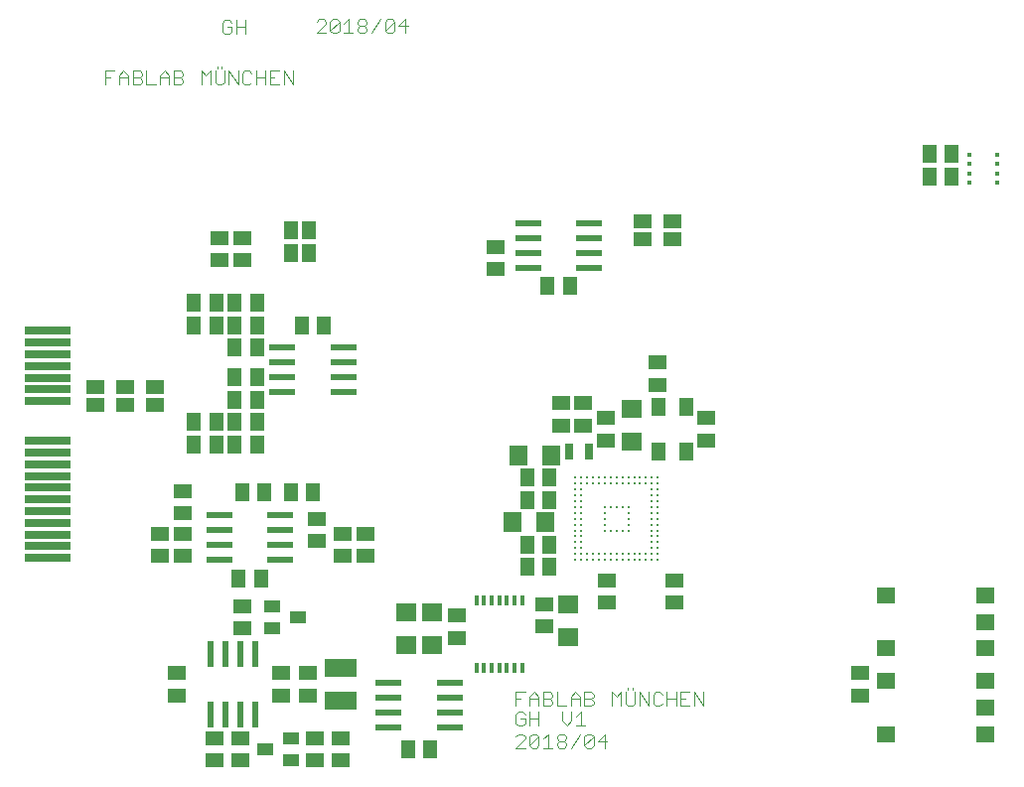
<source format=gbr>
G04 EAGLE Gerber RS-274X export*
G75*
%MOMM*%
%FSLAX34Y34*%
%LPD*%
%INSolderpaste Top*%
%IPPOS*%
%AMOC8*
5,1,8,0,0,1.08239X$1,22.5*%
G01*
%ADD10C,0.101600*%
%ADD11R,1.500000X1.300000*%
%ADD12R,1.300000X1.500000*%
%ADD13R,1.600000X1.800000*%
%ADD14R,1.800000X1.600000*%
%ADD15C,0.304800*%
%ADD16R,0.600000X2.200000*%
%ADD17R,1.300000X1.600000*%
%ADD18R,0.700000X1.400000*%
%ADD19R,2.700000X1.600000*%
%ADD20R,1.600000X1.400000*%
%ADD21R,1.168400X1.600200*%
%ADD22R,1.400000X1.000000*%
%ADD23R,4.000000X0.750000*%
%ADD24R,2.200000X0.600000*%
%ADD25R,1.600200X1.168400*%
%ADD26R,0.400000X0.400000*%
%ADD27R,0.350000X0.900000*%


D10*
X418974Y69034D02*
X418974Y80728D01*
X426770Y80728D01*
X422872Y74881D02*
X418974Y74881D01*
X430668Y76830D02*
X430668Y69034D01*
X430668Y76830D02*
X434566Y80728D01*
X438464Y76830D01*
X438464Y69034D01*
X438464Y74881D02*
X430668Y74881D01*
X442362Y69034D02*
X442362Y80728D01*
X448209Y80728D01*
X450158Y78779D01*
X450158Y76830D01*
X448209Y74881D01*
X450158Y72932D01*
X450158Y70983D01*
X448209Y69034D01*
X442362Y69034D01*
X442362Y74881D02*
X448209Y74881D01*
X454056Y80728D02*
X454056Y69034D01*
X461852Y69034D01*
X465750Y69034D02*
X465750Y76830D01*
X469648Y80728D01*
X473546Y76830D01*
X473546Y69034D01*
X473546Y74881D02*
X465750Y74881D01*
X477444Y69034D02*
X477444Y80728D01*
X483291Y80728D01*
X485240Y78779D01*
X485240Y76830D01*
X483291Y74881D01*
X485240Y72932D01*
X485240Y70983D01*
X483291Y69034D01*
X477444Y69034D01*
X477444Y74881D02*
X483291Y74881D01*
X500832Y69034D02*
X500832Y80728D01*
X504730Y76830D01*
X508628Y80728D01*
X508628Y69034D01*
X512526Y70983D02*
X512526Y80728D01*
X512526Y70983D02*
X514475Y69034D01*
X518373Y69034D01*
X520322Y70983D01*
X520322Y80728D01*
X518373Y82677D02*
X518373Y84626D01*
X514475Y84626D02*
X514475Y82677D01*
X524220Y80728D02*
X524220Y69034D01*
X532016Y69034D02*
X524220Y80728D01*
X532016Y80728D02*
X532016Y69034D01*
X543710Y78779D02*
X541761Y80728D01*
X537863Y80728D01*
X535914Y78779D01*
X535914Y70983D01*
X537863Y69034D01*
X541761Y69034D01*
X543710Y70983D01*
X547608Y69034D02*
X547608Y80728D01*
X547608Y74881D02*
X555404Y74881D01*
X555404Y80728D02*
X555404Y69034D01*
X559302Y80728D02*
X567098Y80728D01*
X559302Y80728D02*
X559302Y69034D01*
X567098Y69034D01*
X563200Y74881D02*
X559302Y74881D01*
X570996Y69034D02*
X570996Y80728D01*
X578792Y69034D01*
X578792Y80728D01*
X426770Y61922D02*
X424821Y63871D01*
X420923Y63871D01*
X418974Y61922D01*
X418974Y54126D01*
X420923Y52177D01*
X424821Y52177D01*
X426770Y54126D01*
X426770Y58024D01*
X422872Y58024D01*
X430668Y52177D02*
X430668Y63871D01*
X430668Y58024D02*
X438464Y58024D01*
X438464Y63871D02*
X438464Y52177D01*
X458549Y56075D02*
X458549Y63871D01*
X458549Y56075D02*
X462447Y52177D01*
X466345Y56075D01*
X466345Y63871D01*
X470243Y59973D02*
X474141Y63871D01*
X474141Y52177D01*
X470243Y52177D02*
X478039Y52177D01*
X426770Y33122D02*
X418974Y33122D01*
X426770Y40918D01*
X426770Y42867D01*
X424821Y44816D01*
X420923Y44816D01*
X418974Y42867D01*
X430668Y42867D02*
X430668Y35071D01*
X430668Y42867D02*
X432617Y44816D01*
X436515Y44816D01*
X438464Y42867D01*
X438464Y35071D01*
X436515Y33122D01*
X432617Y33122D01*
X430668Y35071D01*
X438464Y42867D01*
X442362Y40918D02*
X446260Y44816D01*
X446260Y33122D01*
X442362Y33122D02*
X450158Y33122D01*
X454056Y42867D02*
X456005Y44816D01*
X459903Y44816D01*
X461852Y42867D01*
X461852Y40918D01*
X459903Y38969D01*
X461852Y37020D01*
X461852Y35071D01*
X459903Y33122D01*
X456005Y33122D01*
X454056Y35071D01*
X454056Y37020D01*
X456005Y38969D01*
X454056Y40918D01*
X454056Y42867D01*
X456005Y38969D02*
X459903Y38969D01*
X465750Y33122D02*
X473546Y44816D01*
X477444Y42867D02*
X477444Y35071D01*
X477444Y42867D02*
X479393Y44816D01*
X483291Y44816D01*
X485240Y42867D01*
X485240Y35071D01*
X483291Y33122D01*
X479393Y33122D01*
X477444Y35071D01*
X485240Y42867D01*
X494985Y44816D02*
X494985Y33122D01*
X489138Y38969D02*
X494985Y44816D01*
X496934Y38969D02*
X489138Y38969D01*
X68974Y599034D02*
X68974Y610728D01*
X76770Y610728D01*
X72872Y604881D02*
X68974Y604881D01*
X80668Y606830D02*
X80668Y599034D01*
X80668Y606830D02*
X84566Y610728D01*
X88464Y606830D01*
X88464Y599034D01*
X88464Y604881D02*
X80668Y604881D01*
X92362Y599034D02*
X92362Y610728D01*
X98209Y610728D01*
X100158Y608779D01*
X100158Y606830D01*
X98209Y604881D01*
X100158Y602932D01*
X100158Y600983D01*
X98209Y599034D01*
X92362Y599034D01*
X92362Y604881D02*
X98209Y604881D01*
X104056Y610728D02*
X104056Y599034D01*
X111852Y599034D01*
X115750Y599034D02*
X115750Y606830D01*
X119648Y610728D01*
X123546Y606830D01*
X123546Y599034D01*
X123546Y604881D02*
X115750Y604881D01*
X127444Y599034D02*
X127444Y610728D01*
X133291Y610728D01*
X135240Y608779D01*
X135240Y606830D01*
X133291Y604881D01*
X135240Y602932D01*
X135240Y600983D01*
X133291Y599034D01*
X127444Y599034D01*
X127444Y604881D02*
X133291Y604881D01*
X150832Y599034D02*
X150832Y610728D01*
X154730Y606830D01*
X158628Y610728D01*
X158628Y599034D01*
X162526Y600983D02*
X162526Y610728D01*
X162526Y600983D02*
X164475Y599034D01*
X168373Y599034D01*
X170322Y600983D01*
X170322Y610728D01*
X168373Y612677D02*
X168373Y614626D01*
X164475Y614626D02*
X164475Y612677D01*
X174220Y610728D02*
X174220Y599034D01*
X182016Y599034D02*
X174220Y610728D01*
X182016Y610728D02*
X182016Y599034D01*
X193710Y608779D02*
X191761Y610728D01*
X187863Y610728D01*
X185914Y608779D01*
X185914Y600983D01*
X187863Y599034D01*
X191761Y599034D01*
X193710Y600983D01*
X197608Y599034D02*
X197608Y610728D01*
X197608Y604881D02*
X205404Y604881D01*
X205404Y610728D02*
X205404Y599034D01*
X209302Y610728D02*
X217098Y610728D01*
X209302Y610728D02*
X209302Y599034D01*
X217098Y599034D01*
X213200Y604881D02*
X209302Y604881D01*
X220996Y599034D02*
X220996Y610728D01*
X228792Y599034D01*
X228792Y610728D01*
X176770Y651922D02*
X174821Y653871D01*
X170923Y653871D01*
X168974Y651922D01*
X168974Y644126D01*
X170923Y642177D01*
X174821Y642177D01*
X176770Y644126D01*
X176770Y648024D01*
X172872Y648024D01*
X180668Y642177D02*
X180668Y653871D01*
X180668Y648024D02*
X188464Y648024D01*
X188464Y653871D02*
X188464Y642177D01*
X248974Y643122D02*
X256770Y643122D01*
X248974Y643122D02*
X256770Y650918D01*
X256770Y652867D01*
X254821Y654816D01*
X250923Y654816D01*
X248974Y652867D01*
X260668Y652867D02*
X260668Y645071D01*
X260668Y652867D02*
X262617Y654816D01*
X266515Y654816D01*
X268464Y652867D01*
X268464Y645071D01*
X266515Y643122D01*
X262617Y643122D01*
X260668Y645071D01*
X268464Y652867D01*
X272362Y650918D02*
X276260Y654816D01*
X276260Y643122D01*
X272362Y643122D02*
X280158Y643122D01*
X284056Y652867D02*
X286005Y654816D01*
X289903Y654816D01*
X291852Y652867D01*
X291852Y650918D01*
X289903Y648969D01*
X291852Y647020D01*
X291852Y645071D01*
X289903Y643122D01*
X286005Y643122D01*
X284056Y645071D01*
X284056Y647020D01*
X286005Y648969D01*
X284056Y650918D01*
X284056Y652867D01*
X286005Y648969D02*
X289903Y648969D01*
X295750Y643122D02*
X303546Y654816D01*
X307444Y652867D02*
X307444Y645071D01*
X307444Y652867D02*
X309393Y654816D01*
X313291Y654816D01*
X315240Y652867D01*
X315240Y645071D01*
X313291Y643122D01*
X309393Y643122D01*
X307444Y645071D01*
X315240Y652867D01*
X324985Y654816D02*
X324985Y643122D01*
X319138Y648969D02*
X324985Y654816D01*
X326934Y648969D02*
X319138Y648969D01*
D11*
X476250Y327000D03*
X476250Y308000D03*
X495300Y295300D03*
X495300Y314300D03*
D12*
X447650Y263525D03*
X428650Y263525D03*
D13*
X448975Y282575D03*
X420975Y282575D03*
D14*
X517525Y293975D03*
X517525Y321975D03*
D11*
X496888Y176188D03*
X496888Y157188D03*
X457200Y327000D03*
X457200Y308000D03*
X581025Y314300D03*
X581025Y295300D03*
X539750Y361925D03*
X539750Y342925D03*
X219075Y96813D03*
X219075Y77813D03*
X130175Y96813D03*
X130175Y77813D03*
X184150Y41250D03*
X184150Y22250D03*
D12*
X447650Y206375D03*
X428650Y206375D03*
D13*
X444213Y225425D03*
X416213Y225425D03*
D15*
X539825Y263600D03*
X539825Y258600D03*
X539825Y253600D03*
X539825Y248600D03*
X539825Y243600D03*
X539825Y238600D03*
X539825Y233600D03*
X539825Y228600D03*
X539825Y223600D03*
X539825Y218600D03*
X539825Y213600D03*
X539825Y208600D03*
X539825Y203600D03*
X539825Y198600D03*
X539825Y193600D03*
X534825Y263600D03*
X534825Y258600D03*
X534825Y253600D03*
X534825Y248600D03*
X534825Y243600D03*
X534825Y238600D03*
X534825Y233600D03*
X534825Y228600D03*
X534825Y223600D03*
X534825Y218600D03*
X534825Y213600D03*
X534825Y208600D03*
X534825Y203600D03*
X534825Y198600D03*
X534825Y193600D03*
X529825Y263600D03*
X529825Y258600D03*
X529825Y198600D03*
X529825Y193600D03*
X524825Y263600D03*
X524825Y258600D03*
X524825Y198600D03*
X524825Y193600D03*
X519825Y263600D03*
X519825Y258600D03*
X519825Y198600D03*
X519825Y193600D03*
X514825Y263600D03*
X514825Y258600D03*
X514825Y238600D03*
X514825Y233600D03*
X514825Y228600D03*
X514825Y223600D03*
X514825Y218600D03*
X514825Y198600D03*
X514825Y193600D03*
X509825Y263600D03*
X509825Y258600D03*
X509825Y238600D03*
X509825Y218600D03*
X509825Y198600D03*
X509825Y193600D03*
X504825Y263600D03*
X504825Y258600D03*
X504825Y238600D03*
X504825Y218600D03*
X504825Y198600D03*
X504825Y193600D03*
X499825Y263600D03*
X499825Y258600D03*
X499825Y238600D03*
X499825Y218600D03*
X499825Y198600D03*
X499825Y193600D03*
X494825Y263600D03*
X494825Y258600D03*
X494825Y238600D03*
X494825Y233600D03*
X494825Y228600D03*
X494825Y223600D03*
X494825Y218600D03*
X494825Y198600D03*
X494825Y193600D03*
X489825Y263600D03*
X489825Y258600D03*
X489825Y198600D03*
X489825Y193600D03*
X484825Y263600D03*
X484825Y258600D03*
X484825Y198600D03*
X484825Y193600D03*
X479825Y263600D03*
X479825Y258600D03*
X479825Y198600D03*
X479825Y193600D03*
X474825Y263600D03*
X474825Y258600D03*
X474825Y253600D03*
X474825Y248600D03*
X474825Y243600D03*
X474825Y238600D03*
X474825Y233600D03*
X474825Y228600D03*
X474825Y223600D03*
X474825Y218600D03*
X474825Y213600D03*
X474825Y208600D03*
X474825Y203600D03*
X474825Y198600D03*
X474825Y193600D03*
X469825Y263600D03*
X469825Y258600D03*
X469825Y253600D03*
X469825Y248600D03*
X469825Y243600D03*
X469825Y238600D03*
X469825Y233600D03*
X469825Y228600D03*
X469825Y223600D03*
X469825Y218600D03*
X469825Y213600D03*
X469825Y208600D03*
X469825Y203600D03*
X469825Y198600D03*
X469825Y193600D03*
D16*
X171450Y61313D03*
X171450Y113313D03*
X158750Y61313D03*
X184150Y61313D03*
X196850Y61313D03*
X158750Y113313D03*
X184150Y113313D03*
X196850Y113313D03*
D17*
X540950Y285800D03*
X540950Y323800D03*
X563950Y323800D03*
X563950Y285800D03*
D18*
X481575Y285750D03*
X464575Y285750D03*
D11*
X185738Y134963D03*
X185738Y153963D03*
X241300Y77813D03*
X241300Y96813D03*
D19*
X269875Y73313D03*
X269875Y101313D03*
D11*
X161925Y22250D03*
X161925Y41250D03*
X247650Y41250D03*
X247650Y22250D03*
X269875Y41250D03*
X269875Y22250D03*
X712725Y96825D03*
X712725Y77825D03*
D12*
X447650Y244475D03*
X428650Y244475D03*
X447650Y187325D03*
X428650Y187325D03*
D20*
X734700Y118000D03*
X818700Y118000D03*
X818700Y140500D03*
X818700Y163000D03*
X734700Y163000D03*
X734700Y44975D03*
X818700Y44975D03*
X818700Y67475D03*
X818700Y89975D03*
X734700Y89975D03*
D21*
X242570Y474663D03*
X227330Y474663D03*
X227330Y455613D03*
X242570Y455613D03*
D22*
X226900Y22250D03*
X226900Y41250D03*
X204900Y31750D03*
X211250Y153963D03*
X211250Y134963D03*
X233250Y144463D03*
D23*
X20000Y295150D03*
X20000Y285150D03*
X20000Y275150D03*
X20000Y265150D03*
X20000Y255150D03*
X20000Y245150D03*
X20000Y235150D03*
X20000Y195150D03*
X20000Y225150D03*
X20000Y215150D03*
X20000Y205150D03*
X20000Y328850D03*
X20000Y338850D03*
X20000Y348850D03*
X20000Y358850D03*
X20000Y368850D03*
X20000Y378850D03*
X20000Y388850D03*
D24*
X220063Y361950D03*
X272063Y361950D03*
X220063Y374650D03*
X220063Y349250D03*
X220063Y336550D03*
X272063Y374650D03*
X272063Y349250D03*
X272063Y336550D03*
D12*
X198413Y349250D03*
X179413Y349250D03*
X198413Y374650D03*
X179413Y374650D03*
X198413Y330200D03*
X179413Y330200D03*
X144488Y393700D03*
X163488Y393700D03*
X144488Y311150D03*
X163488Y311150D03*
X144488Y292100D03*
X163488Y292100D03*
X144488Y412750D03*
X163488Y412750D03*
X179413Y393700D03*
X198413Y393700D03*
X179413Y311150D03*
X198413Y311150D03*
X198413Y412750D03*
X179413Y412750D03*
X198413Y292100D03*
X179413Y292100D03*
X255563Y393700D03*
X236563Y393700D03*
D24*
X166088Y219075D03*
X218088Y219075D03*
X166088Y231775D03*
X166088Y206375D03*
X166088Y193675D03*
X218088Y231775D03*
X218088Y206375D03*
X218088Y193675D03*
D11*
X134938Y215875D03*
X134938Y196875D03*
X115888Y215875D03*
X115888Y196875D03*
X134938Y252388D03*
X134938Y233388D03*
D12*
X185763Y250825D03*
X204763Y250825D03*
D11*
X249238Y209575D03*
X249238Y228575D03*
X290513Y196875D03*
X290513Y215875D03*
X271463Y215875D03*
X271463Y196875D03*
D12*
X246038Y250825D03*
X227038Y250825D03*
D11*
X554038Y176188D03*
X554038Y157188D03*
X166688Y468288D03*
X166688Y449288D03*
X185738Y468288D03*
X185738Y449288D03*
D25*
X527050Y482283D03*
X527050Y467043D03*
X552450Y482283D03*
X552450Y467043D03*
X85725Y340995D03*
X85725Y325755D03*
X60325Y340995D03*
X60325Y325755D03*
D26*
X805563Y523050D03*
X805563Y515050D03*
X805563Y531050D03*
X805563Y539050D03*
X829563Y539050D03*
X829563Y531050D03*
X829563Y523050D03*
X829563Y515050D03*
D12*
X346050Y31750D03*
X327050Y31750D03*
X201588Y177800D03*
X182588Y177800D03*
X790550Y539750D03*
X771550Y539750D03*
X790550Y520700D03*
X771550Y520700D03*
D25*
X111125Y340995D03*
X111125Y325755D03*
D24*
X362550Y63500D03*
X310550Y63500D03*
X362550Y50800D03*
X362550Y76200D03*
X362550Y88900D03*
X310550Y50800D03*
X310550Y76200D03*
X310550Y88900D03*
D27*
X424313Y158925D03*
X417813Y158925D03*
X411313Y158925D03*
X404813Y158925D03*
X398313Y158925D03*
X391813Y158925D03*
X385313Y158925D03*
X385313Y101425D03*
X391813Y101425D03*
X398313Y101425D03*
X404813Y101425D03*
X411313Y101425D03*
X417813Y101425D03*
X424313Y101425D03*
D11*
X368300Y146025D03*
X368300Y127025D03*
D14*
X347663Y148938D03*
X347663Y120938D03*
D11*
X442913Y155550D03*
X442913Y136550D03*
D14*
X463550Y155288D03*
X463550Y127288D03*
X325438Y148938D03*
X325438Y120938D03*
D24*
X481613Y455613D03*
X429613Y455613D03*
X481613Y442913D03*
X481613Y468313D03*
X481613Y481013D03*
X429613Y442913D03*
X429613Y468313D03*
X429613Y481013D03*
D11*
X401638Y460350D03*
X401638Y441350D03*
D12*
X446113Y427038D03*
X465113Y427038D03*
M02*

</source>
